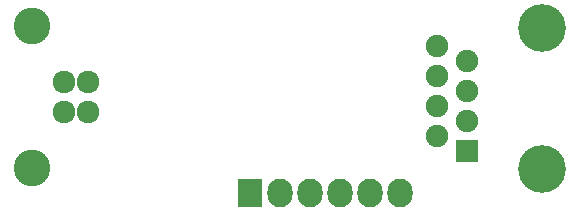
<source format=gbs>
G04 #@! TF.FileFunction,Soldermask,Bot*
%FSLAX46Y46*%
G04 Gerber Fmt 4.6, Leading zero omitted, Abs format (unit mm)*
G04 Created by KiCad (PCBNEW 4.0.2-stable) date Sunday, June 19, 2016 'PMt' 07:45:26 PM*
%MOMM*%
G01*
G04 APERTURE LIST*
%ADD10C,0.100000*%
%ADD11C,4.049980*%
%ADD12R,1.901140X1.901140*%
%ADD13C,1.901140*%
%ADD14C,1.924000*%
%ADD15C,3.100020*%
%ADD16R,2.127200X2.432000*%
%ADD17O,2.127200X2.432000*%
G04 APERTURE END LIST*
D10*
D11*
X91846400Y-37343080D03*
X91846400Y-49212500D03*
D12*
X85496400Y-47726600D03*
D13*
X82956400Y-46456600D03*
X85496400Y-45186600D03*
X82956400Y-43916600D03*
X85496400Y-42646600D03*
X82956400Y-41376600D03*
X85496400Y-40106600D03*
X82956400Y-38836600D03*
D14*
X53340000Y-41910000D03*
X53340000Y-44450000D03*
X51341020Y-44450000D03*
X51341020Y-41910000D03*
D15*
X48641000Y-37180520D03*
X48641000Y-49179480D03*
D16*
X67119500Y-51244500D03*
D17*
X69659500Y-51244500D03*
X72199500Y-51244500D03*
X74739500Y-51244500D03*
X77279500Y-51244500D03*
X79819500Y-51244500D03*
M02*

</source>
